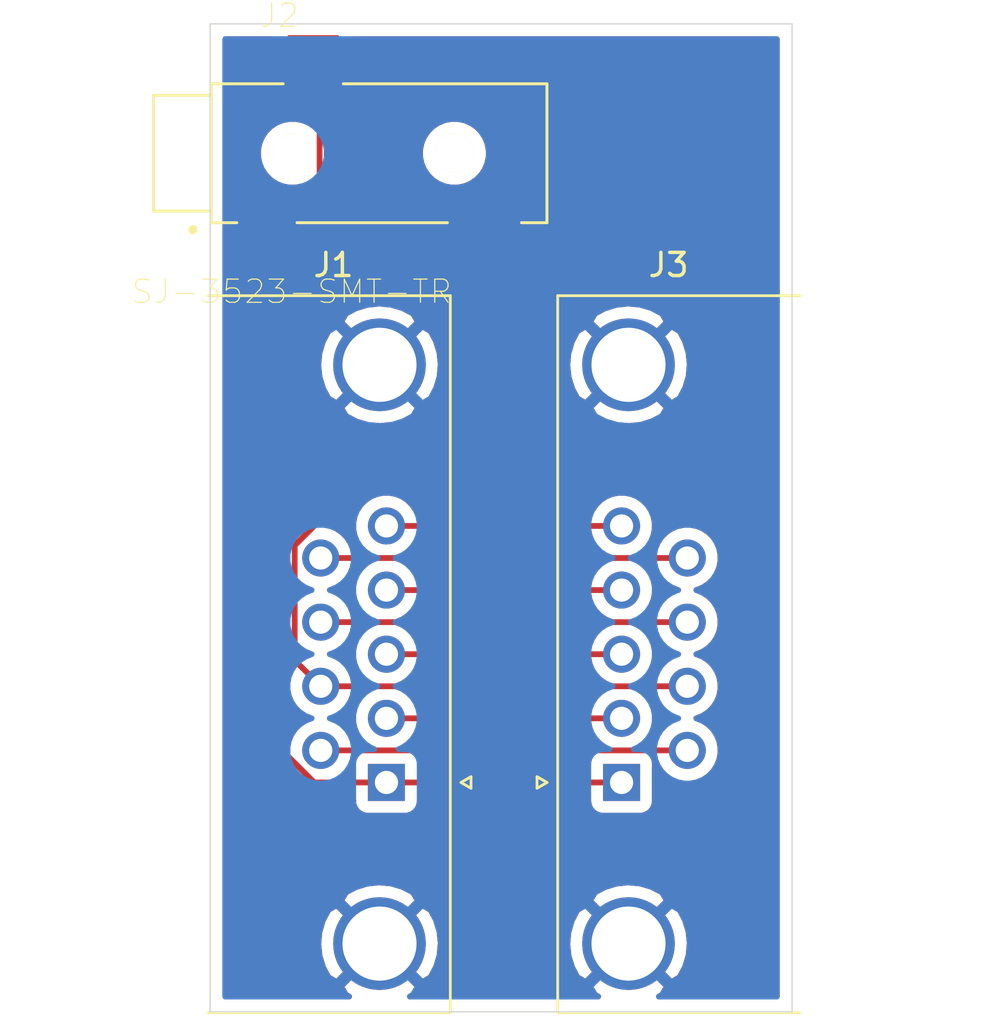
<source format=kicad_pcb>
(kicad_pcb (version 20171130) (host pcbnew "(5.1.4)-1")

  (general
    (thickness 1.6)
    (drawings 4)
    (tracks 22)
    (zones 0)
    (modules 3)
    (nets 11)
  )

  (page A4)
  (layers
    (0 F.Cu signal)
    (31 B.Cu signal)
    (32 B.Adhes user)
    (33 F.Adhes user)
    (34 B.Paste user)
    (35 F.Paste user)
    (36 B.SilkS user)
    (37 F.SilkS user)
    (38 B.Mask user)
    (39 F.Mask user)
    (40 Dwgs.User user)
    (41 Cmts.User user)
    (42 Eco1.User user)
    (43 Eco2.User user)
    (44 Edge.Cuts user)
    (45 Margin user)
    (46 B.CrtYd user)
    (47 F.CrtYd user)
    (48 B.Fab user)
    (49 F.Fab user)
  )

  (setup
    (last_trace_width 0.25)
    (trace_clearance 0.2)
    (zone_clearance 0.508)
    (zone_45_only no)
    (trace_min 0.2)
    (via_size 0.8)
    (via_drill 0.4)
    (via_min_size 0.4)
    (via_min_drill 0.3)
    (uvia_size 0.3)
    (uvia_drill 0.1)
    (uvias_allowed no)
    (uvia_min_size 0.2)
    (uvia_min_drill 0.1)
    (edge_width 0.05)
    (segment_width 0.2)
    (pcb_text_width 0.3)
    (pcb_text_size 1.5 1.5)
    (mod_edge_width 0.12)
    (mod_text_size 1 1)
    (mod_text_width 0.15)
    (pad_size 1.524 1.524)
    (pad_drill 0.762)
    (pad_to_mask_clearance 0.051)
    (solder_mask_min_width 0.25)
    (aux_axis_origin 0 0)
    (visible_elements 7FFFFFFF)
    (pcbplotparams
      (layerselection 0x010fc_ffffffff)
      (usegerberextensions false)
      (usegerberattributes false)
      (usegerberadvancedattributes false)
      (creategerberjobfile false)
      (excludeedgelayer true)
      (linewidth 0.100000)
      (plotframeref false)
      (viasonmask false)
      (mode 1)
      (useauxorigin false)
      (hpglpennumber 1)
      (hpglpenspeed 20)
      (hpglpendiameter 15.000000)
      (psnegative false)
      (psa4output false)
      (plotreference true)
      (plotvalue true)
      (plotinvisibletext false)
      (padsonsilk false)
      (subtractmaskfromsilk false)
      (outputformat 1)
      (mirror false)
      (drillshape 1)
      (scaleselection 1)
      (outputdirectory ""))
  )

  (net 0 "")
  (net 1 "Net-(J1-Pad9)")
  (net 2 "Net-(J1-Pad8)")
  (net 3 +5V)
  (net 4 "Net-(J1-Pad6)")
  (net 5 "Net-(J1-Pad5)")
  (net 6 "Net-(J1-Pad4)")
  (net 7 "Net-(J1-Pad3)")
  (net 8 "Net-(J1-Pad2)")
  (net 9 IG_Relay)
  (net 10 GND)

  (net_class Default "This is the default net class."
    (clearance 0.2)
    (trace_width 0.25)
    (via_dia 0.8)
    (via_drill 0.4)
    (uvia_dia 0.3)
    (uvia_drill 0.1)
    (add_net +5V)
    (add_net GND)
    (add_net IG_Relay)
    (add_net "Net-(J1-Pad2)")
    (add_net "Net-(J1-Pad3)")
    (add_net "Net-(J1-Pad4)")
    (add_net "Net-(J1-Pad5)")
    (add_net "Net-(J1-Pad6)")
    (add_net "Net-(J1-Pad8)")
    (add_net "Net-(J1-Pad9)")
  )

  (module SJ-3523-SMT-TR:CUI_SJ-3523-SMT-TR (layer F.Cu) (tedit 0) (tstamp 5D99279A)
    (at 177.038 72.644)
    (path /5D99693A)
    (attr smd)
    (fp_text reference J2 (at -0.56103 -5.9459) (layer F.SilkS)
      (effects (font (size 1.00183 1.00183) (thickness 0.05)))
    )
    (fp_text value SJ-3523-SMT-TR (at -0.02503 5.97568) (layer F.SilkS)
      (effects (font (size 1.0018 1.0018) (thickness 0.05)))
    )
    (fp_line (start -3.75 2.75) (end -3.75 5.35) (layer Eco1.User) (width 0.05))
    (fp_line (start -6.25 2.75) (end -3.75 2.75) (layer Eco1.User) (width 0.05))
    (fp_line (start -6.25 -2.75) (end -6.25 2.75) (layer Eco1.User) (width 0.05))
    (fp_line (start -3.75 -2.75) (end -6.25 -2.75) (layer Eco1.User) (width 0.05))
    (fp_line (start -3.75 -5.35) (end -3.75 -2.75) (layer Eco1.User) (width 0.05))
    (fp_line (start -6 2.5) (end -3.5 2.5) (layer Eco2.User) (width 0.127))
    (fp_line (start -6 -2.5) (end -6 2.5) (layer Eco2.User) (width 0.127))
    (fp_line (start -3.5 -2.5) (end -6 -2.5) (layer Eco2.User) (width 0.127))
    (fp_line (start -6 2.5) (end -3.5 2.5) (layer F.SilkS) (width 0.127))
    (fp_line (start -6 -2.5) (end -6 2.5) (layer F.SilkS) (width 0.127))
    (fp_line (start -3.5 -2.5) (end -6 -2.5) (layer F.SilkS) (width 0.127))
    (fp_line (start 9.9 3) (end 11 3) (layer F.SilkS) (width 0.127))
    (fp_circle (center -4.3 3.3) (end -4.2 3.3) (layer Eco2.User) (width 0.2))
    (fp_circle (center -4.3 3.3) (end -4.2 3.3) (layer F.SilkS) (width 0.2))
    (fp_line (start 11.25 5.35) (end -3.75 5.35) (layer Eco1.User) (width 0.05))
    (fp_line (start 11.25 -5.35) (end 11.25 5.35) (layer Eco1.User) (width 0.05))
    (fp_line (start -3.75 -5.35) (end 11.25 -5.35) (layer Eco1.User) (width 0.05))
    (fp_line (start 0.2 3) (end 6.7 3) (layer F.SilkS) (width 0.127))
    (fp_line (start -3.5 3) (end -2.4 3) (layer F.SilkS) (width 0.127))
    (fp_line (start 11 -3) (end 11 3) (layer F.SilkS) (width 0.127))
    (fp_line (start 2.2 -3) (end 11 -3) (layer F.SilkS) (width 0.127))
    (fp_line (start -3.5 -3) (end -0.4 -3) (layer F.SilkS) (width 0.127))
    (fp_line (start 11 3) (end -3.5 3) (layer Eco2.User) (width 0.127))
    (fp_line (start 11 -3) (end 11 3) (layer Eco2.User) (width 0.127))
    (fp_line (start -3.5 -3) (end 11 -3) (layer Eco2.User) (width 0.127))
    (fp_line (start -3.5 3) (end -3.5 -3) (layer Eco2.User) (width 0.127))
    (fp_line (start -3.5 -2.5) (end -3.5 -3) (layer F.SilkS) (width 0.127))
    (fp_line (start -3.5 2.5) (end -3.5 -2.5) (layer F.SilkS) (width 0.127))
    (fp_line (start -3.5 3) (end -3.5 2.5) (layer F.SilkS) (width 0.127))
    (pad Hole np_thru_hole circle (at 7 0) (size 1.7 1.7) (drill 1.7) (layers *.Cu *.Mask F.SilkS))
    (pad 2 smd rect (at 8.3 3.7) (size 2.8 2.8) (layers F.Cu F.Paste F.Mask)
      (net 3 +5V))
    (pad 1 smd rect (at -1.1 3.7) (size 2.2 2.8) (layers F.Cu F.Paste F.Mask)
      (net 10 GND))
    (pad 3 smd rect (at 0.9 -3.7) (size 2.2 2.8) (layers F.Cu F.Paste F.Mask)
      (net 9 IG_Relay))
    (pad Hole np_thru_hole circle (at 0 0) (size 1.7 1.7) (drill 1.7) (layers *.Cu *.Mask F.SilkS))
  )

  (module Connector_Dsub:DSUB-9_Male_Horizontal_P2.77x2.84mm_EdgePinOffset4.94mm_Housed_MountingHolesOffset7.48mm (layer F.Cu) (tedit 59FEDEE2) (tstamp 5D991C15)
    (at 191.262 99.822 90)
    (descr "9-pin D-Sub connector, horizontal/angled (90 deg), THT-mount, male, pitch 2.77x2.84mm, pin-PCB-offset 4.9399999999999995mm, distance of mounting holes 25mm, distance of mounting holes to PCB edge 7.4799999999999995mm, see https://disti-assets.s3.amazonaws.com/tonar/files/datasheets/16730.pdf")
    (tags "9-pin D-Sub connector horizontal angled 90deg THT male pitch 2.77x2.84mm pin-PCB-offset 4.9399999999999995mm mounting-holes-distance 25mm mounting-hole-offset 25mm")
    (path /5D98C942)
    (fp_text reference J3 (at 22.352 2.032 180) (layer F.SilkS)
      (effects (font (size 1 1) (thickness 0.15)))
    )
    (fp_text value DB9_Male_MountingHoles (at 5.54 15.68 90) (layer F.Fab)
      (effects (font (size 1 1) (thickness 0.15)))
    )
    (fp_text user %R (at 5.54 11.18 90) (layer F.Fab)
      (effects (font (size 1 1) (thickness 0.15)))
    )
    (fp_line (start 21.5 -3.25) (end -10.4 -3.25) (layer F.CrtYd) (width 0.05))
    (fp_line (start 21.5 14.7) (end 21.5 -3.25) (layer F.CrtYd) (width 0.05))
    (fp_line (start -10.4 14.7) (end 21.5 14.7) (layer F.CrtYd) (width 0.05))
    (fp_line (start -10.4 -3.25) (end -10.4 14.7) (layer F.CrtYd) (width 0.05))
    (fp_line (start 0 -3.221325) (end -0.25 -3.654338) (layer F.SilkS) (width 0.12))
    (fp_line (start 0.25 -3.654338) (end 0 -3.221325) (layer F.SilkS) (width 0.12))
    (fp_line (start -0.25 -3.654338) (end 0.25 -3.654338) (layer F.SilkS) (width 0.12))
    (fp_line (start 21.025 -2.76) (end 21.025 7.72) (layer F.SilkS) (width 0.12))
    (fp_line (start -9.945 -2.76) (end 21.025 -2.76) (layer F.SilkS) (width 0.12))
    (fp_line (start -9.945 7.72) (end -9.945 -2.76) (layer F.SilkS) (width 0.12))
    (fp_line (start 19.64 7.78) (end 19.64 0.3) (layer F.Fab) (width 0.1))
    (fp_line (start 16.44 7.78) (end 16.44 0.3) (layer F.Fab) (width 0.1))
    (fp_line (start -5.36 7.78) (end -5.36 0.3) (layer F.Fab) (width 0.1))
    (fp_line (start -8.56 7.78) (end -8.56 0.3) (layer F.Fab) (width 0.1))
    (fp_line (start 20.54 8.18) (end 15.54 8.18) (layer F.Fab) (width 0.1))
    (fp_line (start 20.54 13.18) (end 20.54 8.18) (layer F.Fab) (width 0.1))
    (fp_line (start 15.54 13.18) (end 20.54 13.18) (layer F.Fab) (width 0.1))
    (fp_line (start 15.54 8.18) (end 15.54 13.18) (layer F.Fab) (width 0.1))
    (fp_line (start -4.46 8.18) (end -9.46 8.18) (layer F.Fab) (width 0.1))
    (fp_line (start -4.46 13.18) (end -4.46 8.18) (layer F.Fab) (width 0.1))
    (fp_line (start -9.46 13.18) (end -4.46 13.18) (layer F.Fab) (width 0.1))
    (fp_line (start -9.46 8.18) (end -9.46 13.18) (layer F.Fab) (width 0.1))
    (fp_line (start 13.69 8.18) (end -2.61 8.18) (layer F.Fab) (width 0.1))
    (fp_line (start 13.69 14.18) (end 13.69 8.18) (layer F.Fab) (width 0.1))
    (fp_line (start -2.61 14.18) (end 13.69 14.18) (layer F.Fab) (width 0.1))
    (fp_line (start -2.61 8.18) (end -2.61 14.18) (layer F.Fab) (width 0.1))
    (fp_line (start 20.965 7.78) (end -9.885 7.78) (layer F.Fab) (width 0.1))
    (fp_line (start 20.965 8.18) (end 20.965 7.78) (layer F.Fab) (width 0.1))
    (fp_line (start -9.885 8.18) (end 20.965 8.18) (layer F.Fab) (width 0.1))
    (fp_line (start -9.885 7.78) (end -9.885 8.18) (layer F.Fab) (width 0.1))
    (fp_line (start 20.965 -2.7) (end -9.885 -2.7) (layer F.Fab) (width 0.1))
    (fp_line (start 20.965 7.78) (end 20.965 -2.7) (layer F.Fab) (width 0.1))
    (fp_line (start -9.885 7.78) (end 20.965 7.78) (layer F.Fab) (width 0.1))
    (fp_line (start -9.885 -2.7) (end -9.885 7.78) (layer F.Fab) (width 0.1))
    (fp_arc (start 18.04 0.3) (end 16.44 0.3) (angle 180) (layer F.Fab) (width 0.1))
    (fp_arc (start -6.96 0.3) (end -8.56 0.3) (angle 180) (layer F.Fab) (width 0.1))
    (pad 0 thru_hole circle (at 18.04 0.3 90) (size 4 4) (drill 3.2) (layers *.Cu *.Mask)
      (net 10 GND))
    (pad 0 thru_hole circle (at -6.96 0.3 90) (size 4 4) (drill 3.2) (layers *.Cu *.Mask)
      (net 10 GND))
    (pad 9 thru_hole circle (at 9.695 2.84 90) (size 1.6 1.6) (drill 1) (layers *.Cu *.Mask)
      (net 1 "Net-(J1-Pad9)"))
    (pad 8 thru_hole circle (at 6.925 2.84 90) (size 1.6 1.6) (drill 1) (layers *.Cu *.Mask)
      (net 2 "Net-(J1-Pad8)"))
    (pad 7 thru_hole circle (at 4.155 2.84 90) (size 1.6 1.6) (drill 1) (layers *.Cu *.Mask)
      (net 3 +5V))
    (pad 6 thru_hole circle (at 1.385 2.84 90) (size 1.6 1.6) (drill 1) (layers *.Cu *.Mask)
      (net 4 "Net-(J1-Pad6)"))
    (pad 5 thru_hole circle (at 11.08 0 90) (size 1.6 1.6) (drill 1) (layers *.Cu *.Mask)
      (net 5 "Net-(J1-Pad5)"))
    (pad 4 thru_hole circle (at 8.31 0 90) (size 1.6 1.6) (drill 1) (layers *.Cu *.Mask)
      (net 6 "Net-(J1-Pad4)"))
    (pad 3 thru_hole circle (at 5.54 0 90) (size 1.6 1.6) (drill 1) (layers *.Cu *.Mask)
      (net 7 "Net-(J1-Pad3)"))
    (pad 2 thru_hole circle (at 2.77 0 90) (size 1.6 1.6) (drill 1) (layers *.Cu *.Mask)
      (net 8 "Net-(J1-Pad2)"))
    (pad 1 thru_hole rect (at 0 0 90) (size 1.6 1.6) (drill 1) (layers *.Cu *.Mask)
      (net 9 IG_Relay))
    (model ${KISYS3DMOD}/Connector_Dsub.3dshapes/DSUB-9_Male_Horizontal_P2.77x2.84mm_EdgePinOffset4.94mm_Housed_MountingHolesOffset7.48mm.wrl
      (at (xyz 0 0 0))
      (scale (xyz 1 1 1))
      (rotate (xyz 0 0 0))
    )
  )

  (module Connector_Dsub:DSUB-9_Female_Horizontal_P2.77x2.84mm_EdgePinOffset4.94mm_Housed_MountingHolesOffset7.48mm (layer F.Cu) (tedit 59FEDEE2) (tstamp 5D991BB0)
    (at 181.102 99.822 270)
    (descr "9-pin D-Sub connector, horizontal/angled (90 deg), THT-mount, female, pitch 2.77x2.84mm, pin-PCB-offset 4.9399999999999995mm, distance of mounting holes 25mm, distance of mounting holes to PCB edge 7.4799999999999995mm, see https://disti-assets.s3.amazonaws.com/tonar/files/datasheets/16730.pdf")
    (tags "9-pin D-Sub connector horizontal angled 90deg THT female pitch 2.77x2.84mm pin-PCB-offset 4.9399999999999995mm mounting-holes-distance 25mm mounting-hole-offset 25mm")
    (path /5D98D6F8)
    (fp_text reference J1 (at -22.352 2.286 180) (layer F.SilkS)
      (effects (font (size 1 1) (thickness 0.15)))
    )
    (fp_text value DB9_Female_MountingHoles (at -5.54 15.85 90) (layer F.Fab)
      (effects (font (size 1 1) (thickness 0.15)))
    )
    (fp_text user %R (at -5.54 11.265 90) (layer F.Fab)
      (effects (font (size 1 1) (thickness 0.15)))
    )
    (fp_line (start 10.4 -3.25) (end -21.5 -3.25) (layer F.CrtYd) (width 0.05))
    (fp_line (start 10.4 14.85) (end 10.4 -3.25) (layer F.CrtYd) (width 0.05))
    (fp_line (start -21.5 14.85) (end 10.4 14.85) (layer F.CrtYd) (width 0.05))
    (fp_line (start -21.5 -3.25) (end -21.5 14.85) (layer F.CrtYd) (width 0.05))
    (fp_line (start 0 -3.221325) (end -0.25 -3.654338) (layer F.SilkS) (width 0.12))
    (fp_line (start 0.25 -3.654338) (end 0 -3.221325) (layer F.SilkS) (width 0.12))
    (fp_line (start -0.25 -3.654338) (end 0.25 -3.654338) (layer F.SilkS) (width 0.12))
    (fp_line (start 9.945 -2.76) (end 9.945 7.72) (layer F.SilkS) (width 0.12))
    (fp_line (start -21.025 -2.76) (end 9.945 -2.76) (layer F.SilkS) (width 0.12))
    (fp_line (start -21.025 7.72) (end -21.025 -2.76) (layer F.SilkS) (width 0.12))
    (fp_line (start 8.56 7.78) (end 8.56 0.3) (layer F.Fab) (width 0.1))
    (fp_line (start 5.36 7.78) (end 5.36 0.3) (layer F.Fab) (width 0.1))
    (fp_line (start -16.44 7.78) (end -16.44 0.3) (layer F.Fab) (width 0.1))
    (fp_line (start -19.64 7.78) (end -19.64 0.3) (layer F.Fab) (width 0.1))
    (fp_line (start 9.46 8.18) (end 4.46 8.18) (layer F.Fab) (width 0.1))
    (fp_line (start 9.46 13.18) (end 9.46 8.18) (layer F.Fab) (width 0.1))
    (fp_line (start 4.46 13.18) (end 9.46 13.18) (layer F.Fab) (width 0.1))
    (fp_line (start 4.46 8.18) (end 4.46 13.18) (layer F.Fab) (width 0.1))
    (fp_line (start -15.54 8.18) (end -20.54 8.18) (layer F.Fab) (width 0.1))
    (fp_line (start -15.54 13.18) (end -15.54 8.18) (layer F.Fab) (width 0.1))
    (fp_line (start -20.54 13.18) (end -15.54 13.18) (layer F.Fab) (width 0.1))
    (fp_line (start -20.54 8.18) (end -20.54 13.18) (layer F.Fab) (width 0.1))
    (fp_line (start 2.61 8.18) (end -13.69 8.18) (layer F.Fab) (width 0.1))
    (fp_line (start 2.61 14.35) (end 2.61 8.18) (layer F.Fab) (width 0.1))
    (fp_line (start -13.69 14.35) (end 2.61 14.35) (layer F.Fab) (width 0.1))
    (fp_line (start -13.69 8.18) (end -13.69 14.35) (layer F.Fab) (width 0.1))
    (fp_line (start 9.885 7.78) (end -20.965 7.78) (layer F.Fab) (width 0.1))
    (fp_line (start 9.885 8.18) (end 9.885 7.78) (layer F.Fab) (width 0.1))
    (fp_line (start -20.965 8.18) (end 9.885 8.18) (layer F.Fab) (width 0.1))
    (fp_line (start -20.965 7.78) (end -20.965 8.18) (layer F.Fab) (width 0.1))
    (fp_line (start 9.885 -2.7) (end -20.965 -2.7) (layer F.Fab) (width 0.1))
    (fp_line (start 9.885 7.78) (end 9.885 -2.7) (layer F.Fab) (width 0.1))
    (fp_line (start -20.965 7.78) (end 9.885 7.78) (layer F.Fab) (width 0.1))
    (fp_line (start -20.965 -2.7) (end -20.965 7.78) (layer F.Fab) (width 0.1))
    (fp_arc (start 6.96 0.3) (end 5.36 0.3) (angle 180) (layer F.Fab) (width 0.1))
    (fp_arc (start -18.04 0.3) (end -19.64 0.3) (angle 180) (layer F.Fab) (width 0.1))
    (pad 0 thru_hole circle (at 6.96 0.3 270) (size 4 4) (drill 3.2) (layers *.Cu *.Mask)
      (net 10 GND))
    (pad 0 thru_hole circle (at -18.04 0.3 270) (size 4 4) (drill 3.2) (layers *.Cu *.Mask)
      (net 10 GND))
    (pad 9 thru_hole circle (at -9.695 2.84 270) (size 1.6 1.6) (drill 1) (layers *.Cu *.Mask)
      (net 1 "Net-(J1-Pad9)"))
    (pad 8 thru_hole circle (at -6.925 2.84 270) (size 1.6 1.6) (drill 1) (layers *.Cu *.Mask)
      (net 2 "Net-(J1-Pad8)"))
    (pad 7 thru_hole circle (at -4.155 2.84 270) (size 1.6 1.6) (drill 1) (layers *.Cu *.Mask)
      (net 3 +5V))
    (pad 6 thru_hole circle (at -1.385 2.84 270) (size 1.6 1.6) (drill 1) (layers *.Cu *.Mask)
      (net 4 "Net-(J1-Pad6)"))
    (pad 5 thru_hole circle (at -11.08 0 270) (size 1.6 1.6) (drill 1) (layers *.Cu *.Mask)
      (net 5 "Net-(J1-Pad5)"))
    (pad 4 thru_hole circle (at -8.31 0 270) (size 1.6 1.6) (drill 1) (layers *.Cu *.Mask)
      (net 6 "Net-(J1-Pad4)"))
    (pad 3 thru_hole circle (at -5.54 0 270) (size 1.6 1.6) (drill 1) (layers *.Cu *.Mask)
      (net 7 "Net-(J1-Pad3)"))
    (pad 2 thru_hole circle (at -2.77 0 270) (size 1.6 1.6) (drill 1) (layers *.Cu *.Mask)
      (net 8 "Net-(J1-Pad2)"))
    (pad 1 thru_hole rect (at 0 0 270) (size 1.6 1.6) (drill 1) (layers *.Cu *.Mask)
      (net 9 IG_Relay))
    (model ${KISYS3DMOD}/Connector_Dsub.3dshapes/DSUB-9_Female_Horizontal_P2.77x2.84mm_EdgePinOffset4.94mm_Housed_MountingHolesOffset7.48mm.wrl
      (at (xyz 0 0 0))
      (scale (xyz 1 1 1))
      (rotate (xyz 0 0 0))
    )
  )

  (gr_line (start 198.628 67.056) (end 198.628 109.728) (layer Edge.Cuts) (width 0.05) (tstamp 5D991EA8))
  (gr_line (start 173.482 67.056) (end 198.628 67.056) (layer Edge.Cuts) (width 0.05))
  (gr_line (start 173.482 109.728) (end 173.482 67.056) (layer Edge.Cuts) (width 0.05))
  (gr_line (start 198.628 109.728) (end 173.482 109.728) (layer Edge.Cuts) (width 0.05))

  (segment (start 178.262 90.127) (end 194.102 90.127) (width 0.25) (layer F.Cu) (net 1))
  (segment (start 178.262 92.897) (end 194.102 92.897) (width 0.25) (layer F.Cu) (net 2))
  (segment (start 178.262 95.667) (end 194.102 95.667) (width 0.25) (layer F.Cu) (net 3))
  (segment (start 177.462001 94.867001) (end 178.262 95.667) (width 0.25) (layer F.Cu) (net 3))
  (segment (start 177.136999 94.541999) (end 177.462001 94.867001) (width 0.25) (layer F.Cu) (net 3))
  (segment (start 177.136999 89.586999) (end 177.136999 94.541999) (width 0.25) (layer F.Cu) (net 3))
  (segment (start 185.338 81.385998) (end 177.136999 89.586999) (width 0.25) (layer F.Cu) (net 3))
  (segment (start 185.338 76.344) (end 185.338 81.385998) (width 0.25) (layer F.Cu) (net 3))
  (segment (start 180.301998 98.437) (end 178.262 98.437) (width 0.25) (layer F.Cu) (net 4))
  (segment (start 194.102 98.437) (end 180.301998 98.437) (width 0.25) (layer F.Cu) (net 4))
  (segment (start 191.262 88.742) (end 181.102 88.742) (width 0.25) (layer F.Cu) (net 5))
  (segment (start 191.262 91.512) (end 181.102 91.512) (width 0.25) (layer F.Cu) (net 6))
  (segment (start 191.262 94.282) (end 181.102 94.282) (width 0.25) (layer F.Cu) (net 7))
  (segment (start 181.102 97.052) (end 191.262 97.052) (width 0.25) (layer F.Cu) (net 8))
  (segment (start 181.102 99.822) (end 191.262 99.822) (width 0.25) (layer F.Cu) (net 9))
  (segment (start 177.938 70.594) (end 177.938 68.944) (width 0.25) (layer F.Cu) (net 9))
  (segment (start 178.213001 70.869001) (end 177.938 70.594) (width 0.25) (layer F.Cu) (net 9))
  (segment (start 178.213001 77.154001) (end 178.213001 70.869001) (width 0.25) (layer F.Cu) (net 9))
  (segment (start 176.68699 78.680012) (end 178.213001 77.154001) (width 0.25) (layer F.Cu) (net 9))
  (segment (start 176.68699 98.526992) (end 176.68699 78.680012) (width 0.25) (layer F.Cu) (net 9))
  (segment (start 177.981998 99.822) (end 176.68699 98.526992) (width 0.25) (layer F.Cu) (net 9))
  (segment (start 181.102 99.822) (end 177.981998 99.822) (width 0.25) (layer F.Cu) (net 9))

  (zone (net 10) (net_name GND) (layer F.Cu) (tstamp 0) (hatch edge 0.508)
    (connect_pads (clearance 0.508))
    (min_thickness 0.254)
    (fill yes (arc_segments 32) (thermal_gap 0.508) (thermal_bridge_width 0.508))
    (polygon
      (pts
        (xy 198.628 109.728) (xy 173.482 109.728) (xy 173.482 67.056) (xy 198.628 67.056)
      )
    )
    (filled_polygon
      (pts
        (xy 176.199928 70.344) (xy 176.212188 70.468482) (xy 176.248498 70.58818) (xy 176.307463 70.698494) (xy 176.386815 70.795185)
        (xy 176.483506 70.874537) (xy 176.59382 70.933502) (xy 176.713518 70.969812) (xy 176.838 70.982072) (xy 177.283674 70.982072)
        (xy 177.303026 71.018276) (xy 177.342871 71.066826) (xy 177.397999 71.134001) (xy 177.427003 71.157804) (xy 177.453002 71.183803)
        (xy 177.453002 71.212457) (xy 177.18426 71.159) (xy 176.89174 71.159) (xy 176.604842 71.216068) (xy 176.334589 71.32801)
        (xy 176.091368 71.490525) (xy 175.884525 71.697368) (xy 175.72201 71.940589) (xy 175.610068 72.210842) (xy 175.553 72.49774)
        (xy 175.553 72.79026) (xy 175.610068 73.077158) (xy 175.72201 73.347411) (xy 175.884525 73.590632) (xy 176.091368 73.797475)
        (xy 176.334589 73.95999) (xy 176.604842 74.071932) (xy 176.89174 74.129) (xy 177.18426 74.129) (xy 177.453001 74.075544)
        (xy 177.453001 74.46312) (xy 177.392494 74.413463) (xy 177.28218 74.354498) (xy 177.162482 74.318188) (xy 177.038 74.305928)
        (xy 176.22375 74.309) (xy 176.065 74.46775) (xy 176.065 76.217) (xy 176.085 76.217) (xy 176.085 76.471)
        (xy 176.065 76.471) (xy 176.065 78.22025) (xy 176.073864 78.229114) (xy 176.052016 78.255736) (xy 175.981444 78.387766)
        (xy 175.937988 78.531027) (xy 175.923314 78.680012) (xy 175.926991 78.717345) (xy 175.92699 98.48967) (xy 175.923314 98.526992)
        (xy 175.92699 98.564314) (xy 175.92699 98.564324) (xy 175.937987 98.675977) (xy 175.96888 98.77782) (xy 175.981444 98.819238)
        (xy 176.052016 98.951268) (xy 176.073135 98.977001) (xy 176.146989 99.066993) (xy 176.175993 99.090796) (xy 177.418199 100.333003)
        (xy 177.441997 100.362001) (xy 177.470995 100.385799) (xy 177.557721 100.456974) (xy 177.689751 100.527546) (xy 177.833012 100.571003)
        (xy 177.944665 100.582) (xy 177.944675 100.582) (xy 177.981998 100.585676) (xy 178.019321 100.582) (xy 179.663928 100.582)
        (xy 179.663928 100.622) (xy 179.676188 100.746482) (xy 179.712498 100.86618) (xy 179.771463 100.976494) (xy 179.850815 101.073185)
        (xy 179.947506 101.152537) (xy 180.05782 101.211502) (xy 180.177518 101.247812) (xy 180.302 101.260072) (xy 181.902 101.260072)
        (xy 182.026482 101.247812) (xy 182.14618 101.211502) (xy 182.256494 101.152537) (xy 182.353185 101.073185) (xy 182.432537 100.976494)
        (xy 182.491502 100.86618) (xy 182.527812 100.746482) (xy 182.540072 100.622) (xy 182.540072 100.582) (xy 189.823928 100.582)
        (xy 189.823928 100.622) (xy 189.836188 100.746482) (xy 189.872498 100.86618) (xy 189.931463 100.976494) (xy 190.010815 101.073185)
        (xy 190.107506 101.152537) (xy 190.21782 101.211502) (xy 190.337518 101.247812) (xy 190.462 101.260072) (xy 192.062 101.260072)
        (xy 192.186482 101.247812) (xy 192.30618 101.211502) (xy 192.416494 101.152537) (xy 192.513185 101.073185) (xy 192.592537 100.976494)
        (xy 192.651502 100.86618) (xy 192.687812 100.746482) (xy 192.700072 100.622) (xy 192.700072 99.197) (xy 192.883957 99.197)
        (xy 192.987363 99.351759) (xy 193.187241 99.551637) (xy 193.422273 99.70868) (xy 193.683426 99.816853) (xy 193.960665 99.872)
        (xy 194.243335 99.872) (xy 194.520574 99.816853) (xy 194.781727 99.70868) (xy 195.016759 99.551637) (xy 195.216637 99.351759)
        (xy 195.37368 99.116727) (xy 195.481853 98.855574) (xy 195.537 98.578335) (xy 195.537 98.295665) (xy 195.481853 98.018426)
        (xy 195.37368 97.757273) (xy 195.216637 97.522241) (xy 195.016759 97.322363) (xy 194.781727 97.16532) (xy 194.520574 97.057147)
        (xy 194.494699 97.052) (xy 194.520574 97.046853) (xy 194.781727 96.93868) (xy 195.016759 96.781637) (xy 195.216637 96.581759)
        (xy 195.37368 96.346727) (xy 195.481853 96.085574) (xy 195.537 95.808335) (xy 195.537 95.525665) (xy 195.481853 95.248426)
        (xy 195.37368 94.987273) (xy 195.216637 94.752241) (xy 195.016759 94.552363) (xy 194.781727 94.39532) (xy 194.520574 94.287147)
        (xy 194.494699 94.282) (xy 194.520574 94.276853) (xy 194.781727 94.16868) (xy 195.016759 94.011637) (xy 195.216637 93.811759)
        (xy 195.37368 93.576727) (xy 195.481853 93.315574) (xy 195.537 93.038335) (xy 195.537 92.755665) (xy 195.481853 92.478426)
        (xy 195.37368 92.217273) (xy 195.216637 91.982241) (xy 195.016759 91.782363) (xy 194.781727 91.62532) (xy 194.520574 91.517147)
        (xy 194.494699 91.512) (xy 194.520574 91.506853) (xy 194.781727 91.39868) (xy 195.016759 91.241637) (xy 195.216637 91.041759)
        (xy 195.37368 90.806727) (xy 195.481853 90.545574) (xy 195.537 90.268335) (xy 195.537 89.985665) (xy 195.481853 89.708426)
        (xy 195.37368 89.447273) (xy 195.216637 89.212241) (xy 195.016759 89.012363) (xy 194.781727 88.85532) (xy 194.520574 88.747147)
        (xy 194.243335 88.692) (xy 193.960665 88.692) (xy 193.683426 88.747147) (xy 193.422273 88.85532) (xy 193.187241 89.012363)
        (xy 192.987363 89.212241) (xy 192.883957 89.367) (xy 192.556349 89.367) (xy 192.641853 89.160574) (xy 192.697 88.883335)
        (xy 192.697 88.600665) (xy 192.641853 88.323426) (xy 192.53368 88.062273) (xy 192.376637 87.827241) (xy 192.176759 87.627363)
        (xy 191.941727 87.47032) (xy 191.680574 87.362147) (xy 191.403335 87.307) (xy 191.120665 87.307) (xy 190.843426 87.362147)
        (xy 190.582273 87.47032) (xy 190.347241 87.627363) (xy 190.147363 87.827241) (xy 190.043957 87.982) (xy 182.320043 87.982)
        (xy 182.216637 87.827241) (xy 182.016759 87.627363) (xy 181.781727 87.47032) (xy 181.520574 87.362147) (xy 181.243335 87.307)
        (xy 180.960665 87.307) (xy 180.683426 87.362147) (xy 180.422273 87.47032) (xy 180.187241 87.627363) (xy 179.987363 87.827241)
        (xy 179.83032 88.062273) (xy 179.722147 88.323426) (xy 179.667 88.600665) (xy 179.667 88.883335) (xy 179.722147 89.160574)
        (xy 179.807651 89.367) (xy 179.480043 89.367) (xy 179.376637 89.212241) (xy 179.176759 89.012363) (xy 178.942777 88.856022)
        (xy 184.1693 83.629499) (xy 189.894106 83.629499) (xy 190.110228 83.996258) (xy 190.570105 84.236938) (xy 191.068098 84.383275)
        (xy 191.585071 84.429648) (xy 192.101159 84.374273) (xy 192.596526 84.219279) (xy 193.013772 83.996258) (xy 193.229894 83.629499)
        (xy 191.562 81.961605) (xy 189.894106 83.629499) (xy 184.1693 83.629499) (xy 185.849003 81.949797) (xy 185.878001 81.925999)
        (xy 185.972974 81.810274) (xy 185.975755 81.805071) (xy 188.914352 81.805071) (xy 188.969727 82.321159) (xy 189.124721 82.816526)
        (xy 189.347742 83.233772) (xy 189.714501 83.449894) (xy 191.382395 81.782) (xy 191.741605 81.782) (xy 193.409499 83.449894)
        (xy 193.776258 83.233772) (xy 194.016938 82.773895) (xy 194.163275 82.275902) (xy 194.209648 81.758929) (xy 194.154273 81.242841)
        (xy 193.999279 80.747474) (xy 193.776258 80.330228) (xy 193.409499 80.114106) (xy 191.741605 81.782) (xy 191.382395 81.782)
        (xy 189.714501 80.114106) (xy 189.347742 80.330228) (xy 189.107062 80.790105) (xy 188.960725 81.288098) (xy 188.914352 81.805071)
        (xy 185.975755 81.805071) (xy 186.043546 81.678245) (xy 186.087003 81.534984) (xy 186.098 81.423331) (xy 186.098 81.423321)
        (xy 186.101676 81.385998) (xy 186.098 81.348675) (xy 186.098 79.934501) (xy 189.894106 79.934501) (xy 191.562 81.602395)
        (xy 193.229894 79.934501) (xy 193.013772 79.567742) (xy 192.553895 79.327062) (xy 192.055902 79.180725) (xy 191.538929 79.134352)
        (xy 191.022841 79.189727) (xy 190.527474 79.344721) (xy 190.110228 79.567742) (xy 189.894106 79.934501) (xy 186.098 79.934501)
        (xy 186.098 78.382072) (xy 186.738 78.382072) (xy 186.862482 78.369812) (xy 186.98218 78.333502) (xy 187.092494 78.274537)
        (xy 187.189185 78.195185) (xy 187.268537 78.098494) (xy 187.327502 77.98818) (xy 187.363812 77.868482) (xy 187.376072 77.744)
        (xy 187.376072 74.944) (xy 187.363812 74.819518) (xy 187.327502 74.69982) (xy 187.268537 74.589506) (xy 187.189185 74.492815)
        (xy 187.092494 74.413463) (xy 186.98218 74.354498) (xy 186.862482 74.318188) (xy 186.738 74.305928) (xy 183.938 74.305928)
        (xy 183.813518 74.318188) (xy 183.69382 74.354498) (xy 183.583506 74.413463) (xy 183.486815 74.492815) (xy 183.407463 74.589506)
        (xy 183.348498 74.69982) (xy 183.312188 74.819518) (xy 183.299928 74.944) (xy 183.299928 77.744) (xy 183.312188 77.868482)
        (xy 183.348498 77.98818) (xy 183.407463 78.098494) (xy 183.486815 78.195185) (xy 183.583506 78.274537) (xy 183.69382 78.333502)
        (xy 183.813518 78.369812) (xy 183.938 78.382072) (xy 184.578 78.382072) (xy 184.578001 81.071195) (xy 183.406229 82.242967)
        (xy 183.449648 81.758929) (xy 183.394273 81.242841) (xy 183.239279 80.747474) (xy 183.016258 80.330228) (xy 182.649499 80.114106)
        (xy 180.981605 81.782) (xy 180.995748 81.796143) (xy 180.816143 81.975748) (xy 180.802 81.961605) (xy 179.134106 83.629499)
        (xy 179.350228 83.996258) (xy 179.810105 84.236938) (xy 180.308098 84.383275) (xy 180.825071 84.429648) (xy 181.266962 84.382234)
        (xy 177.44699 88.202207) (xy 177.44699 81.805071) (xy 178.154352 81.805071) (xy 178.209727 82.321159) (xy 178.364721 82.816526)
        (xy 178.587742 83.233772) (xy 178.954501 83.449894) (xy 180.622395 81.782) (xy 178.954501 80.114106) (xy 178.587742 80.330228)
        (xy 178.347062 80.790105) (xy 178.200725 81.288098) (xy 178.154352 81.805071) (xy 177.44699 81.805071) (xy 177.44699 79.934501)
        (xy 179.134106 79.934501) (xy 180.802 81.602395) (xy 182.469894 79.934501) (xy 182.253772 79.567742) (xy 181.793895 79.327062)
        (xy 181.295902 79.180725) (xy 180.778929 79.134352) (xy 180.262841 79.189727) (xy 179.767474 79.344721) (xy 179.350228 79.567742)
        (xy 179.134106 79.934501) (xy 177.44699 79.934501) (xy 177.44699 78.994813) (xy 178.72401 77.717795) (xy 178.753002 77.694002)
        (xy 178.776796 77.665009) (xy 178.7768 77.665005) (xy 178.847974 77.578278) (xy 178.847975 77.578277) (xy 178.918547 77.446248)
        (xy 178.962004 77.302987) (xy 178.973001 77.191334) (xy 178.973001 77.191325) (xy 178.976677 77.154002) (xy 178.973001 77.116679)
        (xy 178.973001 72.49774) (xy 182.553 72.49774) (xy 182.553 72.79026) (xy 182.610068 73.077158) (xy 182.72201 73.347411)
        (xy 182.884525 73.590632) (xy 183.091368 73.797475) (xy 183.334589 73.95999) (xy 183.604842 74.071932) (xy 183.89174 74.129)
        (xy 184.18426 74.129) (xy 184.471158 74.071932) (xy 184.741411 73.95999) (xy 184.984632 73.797475) (xy 185.191475 73.590632)
        (xy 185.35399 73.347411) (xy 185.465932 73.077158) (xy 185.523 72.79026) (xy 185.523 72.49774) (xy 185.465932 72.210842)
        (xy 185.35399 71.940589) (xy 185.191475 71.697368) (xy 184.984632 71.490525) (xy 184.741411 71.32801) (xy 184.471158 71.216068)
        (xy 184.18426 71.159) (xy 183.89174 71.159) (xy 183.604842 71.216068) (xy 183.334589 71.32801) (xy 183.091368 71.490525)
        (xy 182.884525 71.697368) (xy 182.72201 71.940589) (xy 182.610068 72.210842) (xy 182.553 72.49774) (xy 178.973001 72.49774)
        (xy 178.973001 70.982072) (xy 179.038 70.982072) (xy 179.162482 70.969812) (xy 179.28218 70.933502) (xy 179.392494 70.874537)
        (xy 179.489185 70.795185) (xy 179.568537 70.698494) (xy 179.627502 70.58818) (xy 179.663812 70.468482) (xy 179.676072 70.344)
        (xy 179.676072 67.716) (xy 197.968 67.716) (xy 197.968001 109.068) (xy 192.879551 109.068) (xy 193.013772 108.996258)
        (xy 193.229894 108.629499) (xy 191.562 106.961605) (xy 189.894106 108.629499) (xy 190.110228 108.996258) (xy 190.247308 109.068)
        (xy 182.119551 109.068) (xy 182.253772 108.996258) (xy 182.469894 108.629499) (xy 180.802 106.961605) (xy 179.134106 108.629499)
        (xy 179.350228 108.996258) (xy 179.487308 109.068) (xy 174.142 109.068) (xy 174.142 106.805071) (xy 178.154352 106.805071)
        (xy 178.209727 107.321159) (xy 178.364721 107.816526) (xy 178.587742 108.233772) (xy 178.954501 108.449894) (xy 180.622395 106.782)
        (xy 180.981605 106.782) (xy 182.649499 108.449894) (xy 183.016258 108.233772) (xy 183.256938 107.773895) (xy 183.403275 107.275902)
        (xy 183.445509 106.805071) (xy 188.914352 106.805071) (xy 188.969727 107.321159) (xy 189.124721 107.816526) (xy 189.347742 108.233772)
        (xy 189.714501 108.449894) (xy 191.382395 106.782) (xy 191.741605 106.782) (xy 193.409499 108.449894) (xy 193.776258 108.233772)
        (xy 194.016938 107.773895) (xy 194.163275 107.275902) (xy 194.209648 106.758929) (xy 194.154273 106.242841) (xy 193.999279 105.747474)
        (xy 193.776258 105.330228) (xy 193.409499 105.114106) (xy 191.741605 106.782) (xy 191.382395 106.782) (xy 189.714501 105.114106)
        (xy 189.347742 105.330228) (xy 189.107062 105.790105) (xy 188.960725 106.288098) (xy 188.914352 106.805071) (xy 183.445509 106.805071)
        (xy 183.449648 106.758929) (xy 183.394273 106.242841) (xy 183.239279 105.747474) (xy 183.016258 105.330228) (xy 182.649499 105.114106)
        (xy 180.981605 106.782) (xy 180.622395 106.782) (xy 178.954501 105.114106) (xy 178.587742 105.330228) (xy 178.347062 105.790105)
        (xy 178.200725 106.288098) (xy 178.154352 106.805071) (xy 174.142 106.805071) (xy 174.142 104.934501) (xy 179.134106 104.934501)
        (xy 180.802 106.602395) (xy 182.469894 104.934501) (xy 189.894106 104.934501) (xy 191.562 106.602395) (xy 193.229894 104.934501)
        (xy 193.013772 104.567742) (xy 192.553895 104.327062) (xy 192.055902 104.180725) (xy 191.538929 104.134352) (xy 191.022841 104.189727)
        (xy 190.527474 104.344721) (xy 190.110228 104.567742) (xy 189.894106 104.934501) (xy 182.469894 104.934501) (xy 182.253772 104.567742)
        (xy 181.793895 104.327062) (xy 181.295902 104.180725) (xy 180.778929 104.134352) (xy 180.262841 104.189727) (xy 179.767474 104.344721)
        (xy 179.350228 104.567742) (xy 179.134106 104.934501) (xy 174.142 104.934501) (xy 174.142 77.744) (xy 174.199928 77.744)
        (xy 174.212188 77.868482) (xy 174.248498 77.98818) (xy 174.307463 78.098494) (xy 174.386815 78.195185) (xy 174.483506 78.274537)
        (xy 174.59382 78.333502) (xy 174.713518 78.369812) (xy 174.838 78.382072) (xy 175.65225 78.379) (xy 175.811 78.22025)
        (xy 175.811 76.471) (xy 174.36175 76.471) (xy 174.203 76.62975) (xy 174.199928 77.744) (xy 174.142 77.744)
        (xy 174.142 74.944) (xy 174.199928 74.944) (xy 174.203 76.05825) (xy 174.36175 76.217) (xy 175.811 76.217)
        (xy 175.811 74.46775) (xy 175.65225 74.309) (xy 174.838 74.305928) (xy 174.713518 74.318188) (xy 174.59382 74.354498)
        (xy 174.483506 74.413463) (xy 174.386815 74.492815) (xy 174.307463 74.589506) (xy 174.248498 74.69982) (xy 174.212188 74.819518)
        (xy 174.199928 74.944) (xy 174.142 74.944) (xy 174.142 67.716) (xy 176.199928 67.716)
      )
    )
  )
  (zone (net 10) (net_name GND) (layer B.Cu) (tstamp 5D991EAB) (hatch edge 0.508)
    (connect_pads (clearance 0.508))
    (min_thickness 0.254)
    (fill yes (arc_segments 32) (thermal_gap 0.508) (thermal_bridge_width 0.508))
    (polygon
      (pts
        (xy 198.628 109.728) (xy 173.482 109.728) (xy 173.482 67.056) (xy 198.628 67.056)
      )
    )
    (filled_polygon
      (pts
        (xy 197.968001 109.068) (xy 192.879551 109.068) (xy 193.013772 108.996258) (xy 193.229894 108.629499) (xy 191.562 106.961605)
        (xy 189.894106 108.629499) (xy 190.110228 108.996258) (xy 190.247308 109.068) (xy 182.119551 109.068) (xy 182.253772 108.996258)
        (xy 182.469894 108.629499) (xy 180.802 106.961605) (xy 179.134106 108.629499) (xy 179.350228 108.996258) (xy 179.487308 109.068)
        (xy 174.142 109.068) (xy 174.142 106.805071) (xy 178.154352 106.805071) (xy 178.209727 107.321159) (xy 178.364721 107.816526)
        (xy 178.587742 108.233772) (xy 178.954501 108.449894) (xy 180.622395 106.782) (xy 180.981605 106.782) (xy 182.649499 108.449894)
        (xy 183.016258 108.233772) (xy 183.256938 107.773895) (xy 183.403275 107.275902) (xy 183.445509 106.805071) (xy 188.914352 106.805071)
        (xy 188.969727 107.321159) (xy 189.124721 107.816526) (xy 189.347742 108.233772) (xy 189.714501 108.449894) (xy 191.382395 106.782)
        (xy 191.741605 106.782) (xy 193.409499 108.449894) (xy 193.776258 108.233772) (xy 194.016938 107.773895) (xy 194.163275 107.275902)
        (xy 194.209648 106.758929) (xy 194.154273 106.242841) (xy 193.999279 105.747474) (xy 193.776258 105.330228) (xy 193.409499 105.114106)
        (xy 191.741605 106.782) (xy 191.382395 106.782) (xy 189.714501 105.114106) (xy 189.347742 105.330228) (xy 189.107062 105.790105)
        (xy 188.960725 106.288098) (xy 188.914352 106.805071) (xy 183.445509 106.805071) (xy 183.449648 106.758929) (xy 183.394273 106.242841)
        (xy 183.239279 105.747474) (xy 183.016258 105.330228) (xy 182.649499 105.114106) (xy 180.981605 106.782) (xy 180.622395 106.782)
        (xy 178.954501 105.114106) (xy 178.587742 105.330228) (xy 178.347062 105.790105) (xy 178.200725 106.288098) (xy 178.154352 106.805071)
        (xy 174.142 106.805071) (xy 174.142 104.934501) (xy 179.134106 104.934501) (xy 180.802 106.602395) (xy 182.469894 104.934501)
        (xy 189.894106 104.934501) (xy 191.562 106.602395) (xy 193.229894 104.934501) (xy 193.013772 104.567742) (xy 192.553895 104.327062)
        (xy 192.055902 104.180725) (xy 191.538929 104.134352) (xy 191.022841 104.189727) (xy 190.527474 104.344721) (xy 190.110228 104.567742)
        (xy 189.894106 104.934501) (xy 182.469894 104.934501) (xy 182.253772 104.567742) (xy 181.793895 104.327062) (xy 181.295902 104.180725)
        (xy 180.778929 104.134352) (xy 180.262841 104.189727) (xy 179.767474 104.344721) (xy 179.350228 104.567742) (xy 179.134106 104.934501)
        (xy 174.142 104.934501) (xy 174.142 89.985665) (xy 176.827 89.985665) (xy 176.827 90.268335) (xy 176.882147 90.545574)
        (xy 176.99032 90.806727) (xy 177.147363 91.041759) (xy 177.347241 91.241637) (xy 177.582273 91.39868) (xy 177.843426 91.506853)
        (xy 177.869301 91.512) (xy 177.843426 91.517147) (xy 177.582273 91.62532) (xy 177.347241 91.782363) (xy 177.147363 91.982241)
        (xy 176.99032 92.217273) (xy 176.882147 92.478426) (xy 176.827 92.755665) (xy 176.827 93.038335) (xy 176.882147 93.315574)
        (xy 176.99032 93.576727) (xy 177.147363 93.811759) (xy 177.347241 94.011637) (xy 177.582273 94.16868) (xy 177.843426 94.276853)
        (xy 177.869301 94.282) (xy 177.843426 94.287147) (xy 177.582273 94.39532) (xy 177.347241 94.552363) (xy 177.147363 94.752241)
        (xy 176.99032 94.987273) (xy 176.882147 95.248426) (xy 176.827 95.525665) (xy 176.827 95.808335) (xy 176.882147 96.085574)
        (xy 176.99032 96.346727) (xy 177.147363 96.581759) (xy 177.347241 96.781637) (xy 177.582273 96.93868) (xy 177.843426 97.046853)
        (xy 177.869301 97.052) (xy 177.843426 97.057147) (xy 177.582273 97.16532) (xy 177.347241 97.322363) (xy 177.147363 97.522241)
        (xy 176.99032 97.757273) (xy 176.882147 98.018426) (xy 176.827 98.295665) (xy 176.827 98.578335) (xy 176.882147 98.855574)
        (xy 176.99032 99.116727) (xy 177.147363 99.351759) (xy 177.347241 99.551637) (xy 177.582273 99.70868) (xy 177.843426 99.816853)
        (xy 178.120665 99.872) (xy 178.403335 99.872) (xy 178.680574 99.816853) (xy 178.941727 99.70868) (xy 179.176759 99.551637)
        (xy 179.376637 99.351759) (xy 179.53368 99.116727) (xy 179.572917 99.022) (xy 179.663928 99.022) (xy 179.663928 100.622)
        (xy 179.676188 100.746482) (xy 179.712498 100.86618) (xy 179.771463 100.976494) (xy 179.850815 101.073185) (xy 179.947506 101.152537)
        (xy 180.05782 101.211502) (xy 180.177518 101.247812) (xy 180.302 101.260072) (xy 181.902 101.260072) (xy 182.026482 101.247812)
        (xy 182.14618 101.211502) (xy 182.256494 101.152537) (xy 182.353185 101.073185) (xy 182.432537 100.976494) (xy 182.491502 100.86618)
        (xy 182.527812 100.746482) (xy 182.540072 100.622) (xy 182.540072 99.022) (xy 189.823928 99.022) (xy 189.823928 100.622)
        (xy 189.836188 100.746482) (xy 189.872498 100.86618) (xy 189.931463 100.976494) (xy 190.010815 101.073185) (xy 190.107506 101.152537)
        (xy 190.21782 101.211502) (xy 190.337518 101.247812) (xy 190.462 101.260072) (xy 192.062 101.260072) (xy 192.186482 101.247812)
        (xy 192.30618 101.211502) (xy 192.416494 101.152537) (xy 192.513185 101.073185) (xy 192.592537 100.976494) (xy 192.651502 100.86618)
        (xy 192.687812 100.746482) (xy 192.700072 100.622) (xy 192.700072 99.022) (xy 192.687812 98.897518) (xy 192.651502 98.77782)
        (xy 192.592537 98.667506) (xy 192.513185 98.570815) (xy 192.416494 98.491463) (xy 192.30618 98.432498) (xy 192.186482 98.396188)
        (xy 192.062 98.383928) (xy 191.796275 98.383928) (xy 191.941727 98.32368) (xy 192.176759 98.166637) (xy 192.376637 97.966759)
        (xy 192.53368 97.731727) (xy 192.641853 97.470574) (xy 192.697 97.193335) (xy 192.697 96.910665) (xy 192.641853 96.633426)
        (xy 192.53368 96.372273) (xy 192.376637 96.137241) (xy 192.176759 95.937363) (xy 191.941727 95.78032) (xy 191.680574 95.672147)
        (xy 191.654699 95.667) (xy 191.680574 95.661853) (xy 191.941727 95.55368) (xy 192.176759 95.396637) (xy 192.376637 95.196759)
        (xy 192.53368 94.961727) (xy 192.641853 94.700574) (xy 192.697 94.423335) (xy 192.697 94.140665) (xy 192.641853 93.863426)
        (xy 192.53368 93.602273) (xy 192.376637 93.367241) (xy 192.176759 93.167363) (xy 191.941727 93.01032) (xy 191.680574 92.902147)
        (xy 191.654699 92.897) (xy 191.680574 92.891853) (xy 191.941727 92.78368) (xy 192.176759 92.626637) (xy 192.376637 92.426759)
        (xy 192.53368 92.191727) (xy 192.641853 91.930574) (xy 192.697 91.653335) (xy 192.697 91.370665) (xy 192.641853 91.093426)
        (xy 192.53368 90.832273) (xy 192.376637 90.597241) (xy 192.176759 90.397363) (xy 191.941727 90.24032) (xy 191.680574 90.132147)
        (xy 191.654699 90.127) (xy 191.680574 90.121853) (xy 191.941727 90.01368) (xy 191.983654 89.985665) (xy 192.667 89.985665)
        (xy 192.667 90.268335) (xy 192.722147 90.545574) (xy 192.83032 90.806727) (xy 192.987363 91.041759) (xy 193.187241 91.241637)
        (xy 193.422273 91.39868) (xy 193.683426 91.506853) (xy 193.709301 91.512) (xy 193.683426 91.517147) (xy 193.422273 91.62532)
        (xy 193.187241 91.782363) (xy 192.987363 91.982241) (xy 192.83032 92.217273) (xy 192.722147 92.478426) (xy 192.667 92.755665)
        (xy 192.667 93.038335) (xy 192.722147 93.315574) (xy 192.83032 93.576727) (xy 192.987363 93.811759) (xy 193.187241 94.011637)
        (xy 193.422273 94.16868) (xy 193.683426 94.276853) (xy 193.709301 94.282) (xy 193.683426 94.287147) (xy 193.422273 94.39532)
        (xy 193.187241 94.552363) (xy 192.987363 94.752241) (xy 192.83032 94.987273) (xy 192.722147 95.248426) (xy 192.667 95.525665)
        (xy 192.667 95.808335) (xy 192.722147 96.085574) (xy 192.83032 96.346727) (xy 192.987363 96.581759) (xy 193.187241 96.781637)
        (xy 193.422273 96.93868) (xy 193.683426 97.046853) (xy 193.709301 97.052) (xy 193.683426 97.057147) (xy 193.422273 97.16532)
        (xy 193.187241 97.322363) (xy 192.987363 97.522241) (xy 192.83032 97.757273) (xy 192.722147 98.018426) (xy 192.667 98.295665)
        (xy 192.667 98.578335) (xy 192.722147 98.855574) (xy 192.83032 99.116727) (xy 192.987363 99.351759) (xy 193.187241 99.551637)
        (xy 193.422273 99.70868) (xy 193.683426 99.816853) (xy 193.960665 99.872) (xy 194.243335 99.872) (xy 194.520574 99.816853)
        (xy 194.781727 99.70868) (xy 195.016759 99.551637) (xy 195.216637 99.351759) (xy 195.37368 99.116727) (xy 195.481853 98.855574)
        (xy 195.537 98.578335) (xy 195.537 98.295665) (xy 195.481853 98.018426) (xy 195.37368 97.757273) (xy 195.216637 97.522241)
        (xy 195.016759 97.322363) (xy 194.781727 97.16532) (xy 194.520574 97.057147) (xy 194.494699 97.052) (xy 194.520574 97.046853)
        (xy 194.781727 96.93868) (xy 195.016759 96.781637) (xy 195.216637 96.581759) (xy 195.37368 96.346727) (xy 195.481853 96.085574)
        (xy 195.537 95.808335) (xy 195.537 95.525665) (xy 195.481853 95.248426) (xy 195.37368 94.987273) (xy 195.216637 94.752241)
        (xy 195.016759 94.552363) (xy 194.781727 94.39532) (xy 194.520574 94.287147) (xy 194.494699 94.282) (xy 194.520574 94.276853)
        (xy 194.781727 94.16868) (xy 195.016759 94.011637) (xy 195.216637 93.811759) (xy 195.37368 93.576727) (xy 195.481853 93.315574)
        (xy 195.537 93.038335) (xy 195.537 92.755665) (xy 195.481853 92.478426) (xy 195.37368 92.217273) (xy 195.216637 91.982241)
        (xy 195.016759 91.782363) (xy 194.781727 91.62532) (xy 194.520574 91.517147) (xy 194.494699 91.512) (xy 194.520574 91.506853)
        (xy 194.781727 91.39868) (xy 195.016759 91.241637) (xy 195.216637 91.041759) (xy 195.37368 90.806727) (xy 195.481853 90.545574)
        (xy 195.537 90.268335) (xy 195.537 89.985665) (xy 195.481853 89.708426) (xy 195.37368 89.447273) (xy 195.216637 89.212241)
        (xy 195.016759 89.012363) (xy 194.781727 88.85532) (xy 194.520574 88.747147) (xy 194.243335 88.692) (xy 193.960665 88.692)
        (xy 193.683426 88.747147) (xy 193.422273 88.85532) (xy 193.187241 89.012363) (xy 192.987363 89.212241) (xy 192.83032 89.447273)
        (xy 192.722147 89.708426) (xy 192.667 89.985665) (xy 191.983654 89.985665) (xy 192.176759 89.856637) (xy 192.376637 89.656759)
        (xy 192.53368 89.421727) (xy 192.641853 89.160574) (xy 192.697 88.883335) (xy 192.697 88.600665) (xy 192.641853 88.323426)
        (xy 192.53368 88.062273) (xy 192.376637 87.827241) (xy 192.176759 87.627363) (xy 191.941727 87.47032) (xy 191.680574 87.362147)
        (xy 191.403335 87.307) (xy 191.120665 87.307) (xy 190.843426 87.362147) (xy 190.582273 87.47032) (xy 190.347241 87.627363)
        (xy 190.147363 87.827241) (xy 189.99032 88.062273) (xy 189.882147 88.323426) (xy 189.827 88.600665) (xy 189.827 88.883335)
        (xy 189.882147 89.160574) (xy 189.99032 89.421727) (xy 190.147363 89.656759) (xy 190.347241 89.856637) (xy 190.582273 90.01368)
        (xy 190.843426 90.121853) (xy 190.869301 90.127) (xy 190.843426 90.132147) (xy 190.582273 90.24032) (xy 190.347241 90.397363)
        (xy 190.147363 90.597241) (xy 189.99032 90.832273) (xy 189.882147 91.093426) (xy 189.827 91.370665) (xy 189.827 91.653335)
        (xy 189.882147 91.930574) (xy 189.99032 92.191727) (xy 190.147363 92.426759) (xy 190.347241 92.626637) (xy 190.582273 92.78368)
        (xy 190.843426 92.891853) (xy 190.869301 92.897) (xy 190.843426 92.902147) (xy 190.582273 93.01032) (xy 190.347241 93.167363)
        (xy 190.147363 93.367241) (xy 189.99032 93.602273) (xy 189.882147 93.863426) (xy 189.827 94.140665) (xy 189.827 94.423335)
        (xy 189.882147 94.700574) (xy 189.99032 94.961727) (xy 190.147363 95.196759) (xy 190.347241 95.396637) (xy 190.582273 95.55368)
        (xy 190.843426 95.661853) (xy 190.869301 95.667) (xy 190.843426 95.672147) (xy 190.582273 95.78032) (xy 190.347241 95.937363)
        (xy 190.147363 96.137241) (xy 189.99032 96.372273) (xy 189.882147 96.633426) (xy 189.827 96.910665) (xy 189.827 97.193335)
        (xy 189.882147 97.470574) (xy 189.99032 97.731727) (xy 190.147363 97.966759) (xy 190.347241 98.166637) (xy 190.582273 98.32368)
        (xy 190.727725 98.383928) (xy 190.462 98.383928) (xy 190.337518 98.396188) (xy 190.21782 98.432498) (xy 190.107506 98.491463)
        (xy 190.010815 98.570815) (xy 189.931463 98.667506) (xy 189.872498 98.77782) (xy 189.836188 98.897518) (xy 189.823928 99.022)
        (xy 182.540072 99.022) (xy 182.527812 98.897518) (xy 182.491502 98.77782) (xy 182.432537 98.667506) (xy 182.353185 98.570815)
        (xy 182.256494 98.491463) (xy 182.14618 98.432498) (xy 182.026482 98.396188) (xy 181.902 98.383928) (xy 181.636275 98.383928)
        (xy 181.781727 98.32368) (xy 182.016759 98.166637) (xy 182.216637 97.966759) (xy 182.37368 97.731727) (xy 182.481853 97.470574)
        (xy 182.537 97.193335) (xy 182.537 96.910665) (xy 182.481853 96.633426) (xy 182.37368 96.372273) (xy 182.216637 96.137241)
        (xy 182.016759 95.937363) (xy 181.781727 95.78032) (xy 181.520574 95.672147) (xy 181.494699 95.667) (xy 181.520574 95.661853)
        (xy 181.781727 95.55368) (xy 182.016759 95.396637) (xy 182.216637 95.196759) (xy 182.37368 94.961727) (xy 182.481853 94.700574)
        (xy 182.537 94.423335) (xy 182.537 94.140665) (xy 182.481853 93.863426) (xy 182.37368 93.602273) (xy 182.216637 93.367241)
        (xy 182.016759 93.167363) (xy 181.781727 93.01032) (xy 181.520574 92.902147) (xy 181.494699 92.897) (xy 181.520574 92.891853)
        (xy 181.781727 92.78368) (xy 182.016759 92.626637) (xy 182.216637 92.426759) (xy 182.37368 92.191727) (xy 182.481853 91.930574)
        (xy 182.537 91.653335) (xy 182.537 91.370665) (xy 182.481853 91.093426) (xy 182.37368 90.832273) (xy 182.216637 90.597241)
        (xy 182.016759 90.397363) (xy 181.781727 90.24032) (xy 181.520574 90.132147) (xy 181.494699 90.127) (xy 181.520574 90.121853)
        (xy 181.781727 90.01368) (xy 182.016759 89.856637) (xy 182.216637 89.656759) (xy 182.37368 89.421727) (xy 182.481853 89.160574)
        (xy 182.537 88.883335) (xy 182.537 88.600665) (xy 182.481853 88.323426) (xy 182.37368 88.062273) (xy 182.216637 87.827241)
        (xy 182.016759 87.627363) (xy 181.781727 87.47032) (xy 181.520574 87.362147) (xy 181.243335 87.307) (xy 180.960665 87.307)
        (xy 180.683426 87.362147) (xy 180.422273 87.47032) (xy 180.187241 87.627363) (xy 179.987363 87.827241) (xy 179.83032 88.062273)
        (xy 179.722147 88.323426) (xy 179.667 88.600665) (xy 179.667 88.883335) (xy 179.722147 89.160574) (xy 179.83032 89.421727)
        (xy 179.987363 89.656759) (xy 180.187241 89.856637) (xy 180.422273 90.01368) (xy 180.683426 90.121853) (xy 180.709301 90.127)
        (xy 180.683426 90.132147) (xy 180.422273 90.24032) (xy 180.187241 90.397363) (xy 179.987363 90.597241) (xy 179.83032 90.832273)
        (xy 179.722147 91.093426) (xy 179.667 91.370665) (xy 179.667 91.653335) (xy 179.722147 91.930574) (xy 179.83032 92.191727)
        (xy 179.987363 92.426759) (xy 180.187241 92.626637) (xy 180.422273 92.78368) (xy 180.683426 92.891853) (xy 180.709301 92.897)
        (xy 180.683426 92.902147) (xy 180.422273 93.01032) (xy 180.187241 93.167363) (xy 179.987363 93.367241) (xy 179.83032 93.602273)
        (xy 179.722147 93.863426) (xy 179.667 94.140665) (xy 179.667 94.423335) (xy 179.722147 94.700574) (xy 179.83032 94.961727)
        (xy 179.987363 95.196759) (xy 180.187241 95.396637) (xy 180.422273 95.55368) (xy 180.683426 95.661853) (xy 180.709301 95.667)
        (xy 180.683426 95.672147) (xy 180.422273 95.78032) (xy 180.187241 95.937363) (xy 179.987363 96.137241) (xy 179.83032 96.372273)
        (xy 179.722147 96.633426) (xy 179.667 96.910665) (xy 179.667 97.193335) (xy 179.722147 97.470574) (xy 179.83032 97.731727)
        (xy 179.987363 97.966759) (xy 180.187241 98.166637) (xy 180.422273 98.32368) (xy 180.567725 98.383928) (xy 180.302 98.383928)
        (xy 180.177518 98.396188) (xy 180.05782 98.432498) (xy 179.947506 98.491463) (xy 179.850815 98.570815) (xy 179.771463 98.667506)
        (xy 179.712498 98.77782) (xy 179.676188 98.897518) (xy 179.663928 99.022) (xy 179.572917 99.022) (xy 179.641853 98.855574)
        (xy 179.697 98.578335) (xy 179.697 98.295665) (xy 179.641853 98.018426) (xy 179.53368 97.757273) (xy 179.376637 97.522241)
        (xy 179.176759 97.322363) (xy 178.941727 97.16532) (xy 178.680574 97.057147) (xy 178.654699 97.052) (xy 178.680574 97.046853)
        (xy 178.941727 96.93868) (xy 179.176759 96.781637) (xy 179.376637 96.581759) (xy 179.53368 96.346727) (xy 179.641853 96.085574)
        (xy 179.697 95.808335) (xy 179.697 95.525665) (xy 179.641853 95.248426) (xy 179.53368 94.987273) (xy 179.376637 94.752241)
        (xy 179.176759 94.552363) (xy 178.941727 94.39532) (xy 178.680574 94.287147) (xy 178.654699 94.282) (xy 178.680574 94.276853)
        (xy 178.941727 94.16868) (xy 179.176759 94.011637) (xy 179.376637 93.811759) (xy 179.53368 93.576727) (xy 179.641853 93.315574)
        (xy 179.697 93.038335) (xy 179.697 92.755665) (xy 179.641853 92.478426) (xy 179.53368 92.217273) (xy 179.376637 91.982241)
        (xy 179.176759 91.782363) (xy 178.941727 91.62532) (xy 178.680574 91.517147) (xy 178.654699 91.512) (xy 178.680574 91.506853)
        (xy 178.941727 91.39868) (xy 179.176759 91.241637) (xy 179.376637 91.041759) (xy 179.53368 90.806727) (xy 179.641853 90.545574)
        (xy 179.697 90.268335) (xy 179.697 89.985665) (xy 179.641853 89.708426) (xy 179.53368 89.447273) (xy 179.376637 89.212241)
        (xy 179.176759 89.012363) (xy 178.941727 88.85532) (xy 178.680574 88.747147) (xy 178.403335 88.692) (xy 178.120665 88.692)
        (xy 177.843426 88.747147) (xy 177.582273 88.85532) (xy 177.347241 89.012363) (xy 177.147363 89.212241) (xy 176.99032 89.447273)
        (xy 176.882147 89.708426) (xy 176.827 89.985665) (xy 174.142 89.985665) (xy 174.142 83.629499) (xy 179.134106 83.629499)
        (xy 179.350228 83.996258) (xy 179.810105 84.236938) (xy 180.308098 84.383275) (xy 180.825071 84.429648) (xy 181.341159 84.374273)
        (xy 181.836526 84.219279) (xy 182.253772 83.996258) (xy 182.469894 83.629499) (xy 189.894106 83.629499) (xy 190.110228 83.996258)
        (xy 190.570105 84.236938) (xy 191.068098 84.383275) (xy 191.585071 84.429648) (xy 192.101159 84.374273) (xy 192.596526 84.219279)
        (xy 193.013772 83.996258) (xy 193.229894 83.629499) (xy 191.562 81.961605) (xy 189.894106 83.629499) (xy 182.469894 83.629499)
        (xy 180.802 81.961605) (xy 179.134106 83.629499) (xy 174.142 83.629499) (xy 174.142 81.805071) (xy 178.154352 81.805071)
        (xy 178.209727 82.321159) (xy 178.364721 82.816526) (xy 178.587742 83.233772) (xy 178.954501 83.449894) (xy 180.622395 81.782)
        (xy 180.981605 81.782) (xy 182.649499 83.449894) (xy 183.016258 83.233772) (xy 183.256938 82.773895) (xy 183.403275 82.275902)
        (xy 183.445509 81.805071) (xy 188.914352 81.805071) (xy 188.969727 82.321159) (xy 189.124721 82.816526) (xy 189.347742 83.233772)
        (xy 189.714501 83.449894) (xy 191.382395 81.782) (xy 191.741605 81.782) (xy 193.409499 83.449894) (xy 193.776258 83.233772)
        (xy 194.016938 82.773895) (xy 194.163275 82.275902) (xy 194.209648 81.758929) (xy 194.154273 81.242841) (xy 193.999279 80.747474)
        (xy 193.776258 80.330228) (xy 193.409499 80.114106) (xy 191.741605 81.782) (xy 191.382395 81.782) (xy 189.714501 80.114106)
        (xy 189.347742 80.330228) (xy 189.107062 80.790105) (xy 188.960725 81.288098) (xy 188.914352 81.805071) (xy 183.445509 81.805071)
        (xy 183.449648 81.758929) (xy 183.394273 81.242841) (xy 183.239279 80.747474) (xy 183.016258 80.330228) (xy 182.649499 80.114106)
        (xy 180.981605 81.782) (xy 180.622395 81.782) (xy 178.954501 80.114106) (xy 178.587742 80.330228) (xy 178.347062 80.790105)
        (xy 178.200725 81.288098) (xy 178.154352 81.805071) (xy 174.142 81.805071) (xy 174.142 79.934501) (xy 179.134106 79.934501)
        (xy 180.802 81.602395) (xy 182.469894 79.934501) (xy 189.894106 79.934501) (xy 191.562 81.602395) (xy 193.229894 79.934501)
        (xy 193.013772 79.567742) (xy 192.553895 79.327062) (xy 192.055902 79.180725) (xy 191.538929 79.134352) (xy 191.022841 79.189727)
        (xy 190.527474 79.344721) (xy 190.110228 79.567742) (xy 189.894106 79.934501) (xy 182.469894 79.934501) (xy 182.253772 79.567742)
        (xy 181.793895 79.327062) (xy 181.295902 79.180725) (xy 180.778929 79.134352) (xy 180.262841 79.189727) (xy 179.767474 79.344721)
        (xy 179.350228 79.567742) (xy 179.134106 79.934501) (xy 174.142 79.934501) (xy 174.142 72.49774) (xy 175.553 72.49774)
        (xy 175.553 72.79026) (xy 175.610068 73.077158) (xy 175.72201 73.347411) (xy 175.884525 73.590632) (xy 176.091368 73.797475)
        (xy 176.334589 73.95999) (xy 176.604842 74.071932) (xy 176.89174 74.129) (xy 177.18426 74.129) (xy 177.471158 74.071932)
        (xy 177.741411 73.95999) (xy 177.984632 73.797475) (xy 178.191475 73.590632) (xy 178.35399 73.347411) (xy 178.465932 73.077158)
        (xy 178.523 72.79026) (xy 178.523 72.49774) (xy 182.553 72.49774) (xy 182.553 72.79026) (xy 182.610068 73.077158)
        (xy 182.72201 73.347411) (xy 182.884525 73.590632) (xy 183.091368 73.797475) (xy 183.334589 73.95999) (xy 183.604842 74.071932)
        (xy 183.89174 74.129) (xy 184.18426 74.129) (xy 184.471158 74.071932) (xy 184.741411 73.95999) (xy 184.984632 73.797475)
        (xy 185.191475 73.590632) (xy 185.35399 73.347411) (xy 185.465932 73.077158) (xy 185.523 72.79026) (xy 185.523 72.49774)
        (xy 185.465932 72.210842) (xy 185.35399 71.940589) (xy 185.191475 71.697368) (xy 184.984632 71.490525) (xy 184.741411 71.32801)
        (xy 184.471158 71.216068) (xy 184.18426 71.159) (xy 183.89174 71.159) (xy 183.604842 71.216068) (xy 183.334589 71.32801)
        (xy 183.091368 71.490525) (xy 182.884525 71.697368) (xy 182.72201 71.940589) (xy 182.610068 72.210842) (xy 182.553 72.49774)
        (xy 178.523 72.49774) (xy 178.465932 72.210842) (xy 178.35399 71.940589) (xy 178.191475 71.697368) (xy 177.984632 71.490525)
        (xy 177.741411 71.32801) (xy 177.471158 71.216068) (xy 177.18426 71.159) (xy 176.89174 71.159) (xy 176.604842 71.216068)
        (xy 176.334589 71.32801) (xy 176.091368 71.490525) (xy 175.884525 71.697368) (xy 175.72201 71.940589) (xy 175.610068 72.210842)
        (xy 175.553 72.49774) (xy 174.142 72.49774) (xy 174.142 67.716) (xy 197.968 67.716)
      )
    )
  )
)

</source>
